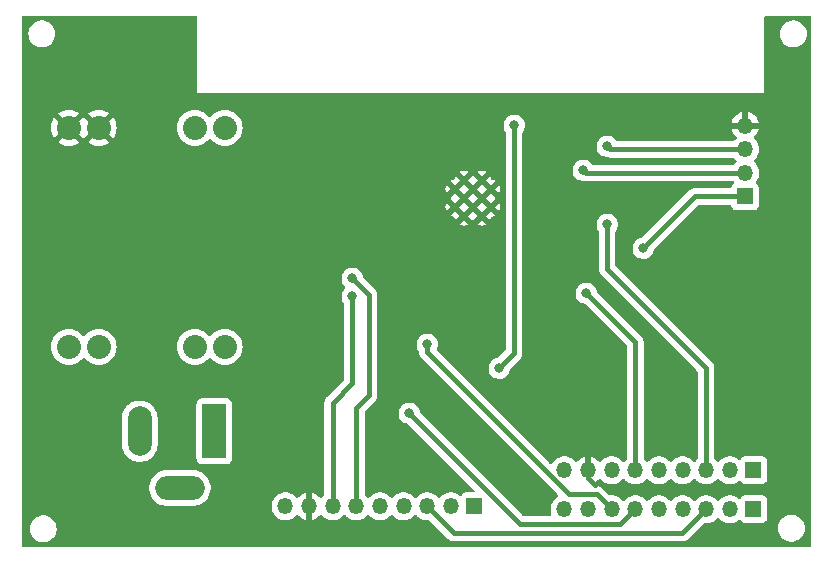
<source format=gbr>
%TF.GenerationSoftware,KiCad,Pcbnew,7.0.1*%
%TF.CreationDate,2023-03-21T17:25:17+01:00*%
%TF.ProjectId,PCB_uitlezen_gsm,5043425f-7569-4746-9c65-7a656e5f6773,rev?*%
%TF.SameCoordinates,Original*%
%TF.FileFunction,Copper,L2,Bot*%
%TF.FilePolarity,Positive*%
%FSLAX46Y46*%
G04 Gerber Fmt 4.6, Leading zero omitted, Abs format (unit mm)*
G04 Created by KiCad (PCBNEW 7.0.1) date 2023-03-21 17:25:17*
%MOMM*%
%LPD*%
G01*
G04 APERTURE LIST*
%TA.AperFunction,ComponentPad*%
%ADD10R,1.350000X1.350000*%
%TD*%
%TA.AperFunction,ComponentPad*%
%ADD11O,1.350000X1.350000*%
%TD*%
%TA.AperFunction,ComponentPad*%
%ADD12C,2.032000*%
%TD*%
%TA.AperFunction,ComponentPad*%
%ADD13R,2.000000X4.600000*%
%TD*%
%TA.AperFunction,ComponentPad*%
%ADD14O,2.000000X4.200000*%
%TD*%
%TA.AperFunction,ComponentPad*%
%ADD15O,4.200000X2.000000*%
%TD*%
%TA.AperFunction,HeatsinkPad*%
%ADD16C,0.600000*%
%TD*%
%TA.AperFunction,ViaPad*%
%ADD17C,0.800000*%
%TD*%
%TA.AperFunction,Conductor*%
%ADD18C,0.400000*%
%TD*%
G04 APERTURE END LIST*
D10*
%TO.P,SCHERM3,1,Pin_1*%
%TO.N,unconnected-(SCHERM3-Pin_1-Pad1)*%
X115760000Y-110744000D03*
D11*
%TO.P,SCHERM3,2,Pin_2*%
%TO.N,+3.3V*%
X113760000Y-110744000D03*
%TO.P,SCHERM3,3,Pin_3*%
%TO.N,GPIO18*%
X111760000Y-110744000D03*
%TO.P,SCHERM3,4,Pin_4*%
%TO.N,GPIO23*%
X109760000Y-110744000D03*
%TO.P,SCHERM3,5,Pin_5*%
%TO.N,GPIO25*%
X107760000Y-110744000D03*
%TO.P,SCHERM3,6,Pin_6*%
%TO.N,GPIO26*%
X105760000Y-110744000D03*
%TO.P,SCHERM3,7,Pin_7*%
%TO.N,GPIO27*%
X103760000Y-110744000D03*
%TO.P,SCHERM3,8,Pin_8*%
%TO.N,GND*%
X101760000Y-110744000D03*
%TO.P,SCHERM3,9,Pin_9*%
%TO.N,+3.3V*%
X99760000Y-110744000D03*
%TD*%
D12*
%TO.P,U2,1,IN-*%
%TO.N,Net-(J2-Pad2)*%
X81407000Y-97250000D03*
%TO.P,U2,2,IN-*%
X83947000Y-97250000D03*
%TO.P,U2,3,IN+*%
%TO.N,Net-(J2-Pad1)*%
X92075000Y-97250000D03*
%TO.P,U2,4,IN+*%
X94615000Y-97250000D03*
%TO.P,U2,5,OUT+*%
%TO.N,VDD*%
X94615000Y-78708000D03*
%TO.P,U2,6,OUT+*%
X92075000Y-78708000D03*
%TO.P,U2,7,OUT-*%
%TO.N,GND*%
X83947000Y-78708000D03*
%TO.P,U2,8,OUT-*%
X81407000Y-78708000D03*
%TD*%
D10*
%TO.P,SCHERM1,1,Pin_1*%
%TO.N,unconnected-(SCHERM1-Pin_1-Pad1)*%
X139381000Y-107696000D03*
D11*
%TO.P,SCHERM1,2,Pin_2*%
%TO.N,+3.3V*%
X137381000Y-107696000D03*
%TO.P,SCHERM1,3,Pin_3*%
%TO.N,GPIO18*%
X135381000Y-107696000D03*
%TO.P,SCHERM1,4,Pin_4*%
%TO.N,GPIO23*%
X133381000Y-107696000D03*
%TO.P,SCHERM1,5,Pin_5*%
%TO.N,GPIO2*%
X131381000Y-107696000D03*
%TO.P,SCHERM1,6,Pin_6*%
%TO.N,GPIO4*%
X129381000Y-107696000D03*
%TO.P,SCHERM1,7,Pin_7*%
%TO.N,GPIO15*%
X127381000Y-107696000D03*
%TO.P,SCHERM1,8,Pin_8*%
%TO.N,GND*%
X125381000Y-107696000D03*
%TO.P,SCHERM1,9,Pin_9*%
%TO.N,+3.3V*%
X123381000Y-107696000D03*
%TD*%
D10*
%TO.P,J1,1,Pin_1*%
%TO.N,+3.3V*%
X138684000Y-84518000D03*
D11*
%TO.P,J1,2,Pin_2*%
%TO.N,RX0*%
X138684000Y-82518000D03*
%TO.P,J1,3,Pin_3*%
%TO.N,TX0*%
X138684000Y-80518000D03*
%TO.P,J1,4,Pin_4*%
%TO.N,GND*%
X138684000Y-78518000D03*
%TD*%
D13*
%TO.P,J2,1*%
%TO.N,Net-(J2-Pad1)*%
X93726000Y-104394000D03*
D14*
%TO.P,J2,2*%
%TO.N,Net-(J2-Pad2)*%
X87426000Y-104394000D03*
D15*
%TO.P,J2,3*%
%TO.N,N/C*%
X90826000Y-109194000D03*
%TD*%
D16*
%TO.P,U1,39,GND*%
%TO.N,GND*%
X114105000Y-83887500D03*
X114105000Y-85412500D03*
X114867500Y-83125000D03*
X114867500Y-84650000D03*
X114867500Y-86175000D03*
X115630000Y-83887500D03*
X115630000Y-85412500D03*
X116392500Y-83125000D03*
X116392500Y-84650000D03*
X116392500Y-86175000D03*
X117155000Y-83887500D03*
X117155000Y-85412500D03*
%TD*%
D10*
%TO.P,SCHERM2,1,Pin_1*%
%TO.N,unconnected-(SCHERM2-Pin_1-Pad1)*%
X139382000Y-110998000D03*
D11*
%TO.P,SCHERM2,2,Pin_2*%
%TO.N,+3.3V*%
X137382000Y-110998000D03*
%TO.P,SCHERM2,3,Pin_3*%
%TO.N,GPIO18*%
X135382000Y-110998000D03*
%TO.P,SCHERM2,4,Pin_4*%
%TO.N,GPIO23*%
X133382000Y-110998000D03*
%TO.P,SCHERM2,5,Pin_5*%
%TO.N,GPIO14*%
X131382000Y-110998000D03*
%TO.P,SCHERM2,6,Pin_6*%
%TO.N,GPIO12*%
X129382000Y-110998000D03*
%TO.P,SCHERM2,7,Pin_7*%
%TO.N,GPIO13*%
X127382000Y-110998000D03*
%TO.P,SCHERM2,8,Pin_8*%
%TO.N,GND*%
X125382000Y-110998000D03*
%TO.P,SCHERM2,9,Pin_9*%
%TO.N,+3.3V*%
X123382000Y-110998000D03*
%TD*%
D17*
%TO.N,+3.3V*%
X117856000Y-99060000D03*
X130048000Y-88900000D03*
X119126000Y-78486000D03*
%TO.N,GND*%
X124206000Y-98552000D03*
X101854000Y-108966000D03*
X110617000Y-94742000D03*
X115316000Y-76708000D03*
X140970000Y-99314000D03*
X131826000Y-100838000D03*
X137160000Y-78994000D03*
X117348000Y-91313000D03*
X104140000Y-85598000D03*
X81026000Y-92964000D03*
X82296000Y-104648000D03*
X122428000Y-81788000D03*
X130302000Y-78232000D03*
X128270000Y-109220000D03*
X122174000Y-103886000D03*
X102616000Y-76962000D03*
X111760000Y-106680000D03*
X126746000Y-104648000D03*
X81280000Y-85090000D03*
X91440000Y-91948000D03*
X85598000Y-72898000D03*
X110998000Y-84201000D03*
%TO.N,RX0*%
X124968000Y-82296000D03*
%TO.N,TX0*%
X127000000Y-80264000D03*
%TO.N,GPIO18*%
X127000000Y-86868000D03*
%TO.N,GPIO4*%
X125222000Y-92710000D03*
%TO.N,GPIO12*%
X110236000Y-102870000D03*
%TO.N,GPIO13*%
X111760000Y-97028000D03*
%TO.N,GPIO26*%
X105410000Y-91440000D03*
%TO.N,GPIO27*%
X105410000Y-92964000D03*
%TD*%
D18*
%TO.N,GPIO13*%
X111760000Y-97714000D02*
X111760000Y-97028000D01*
X126109000Y-109725000D02*
X123771000Y-109725000D01*
X127382000Y-110998000D02*
X126109000Y-109725000D01*
X123771000Y-109725000D02*
X111760000Y-97714000D01*
%TO.N,GPIO12*%
X128105000Y-112275000D02*
X119641000Y-112275000D01*
X119641000Y-112275000D02*
X110236000Y-102870000D01*
X129382000Y-110998000D02*
X128105000Y-112275000D01*
%TO.N,GPIO18*%
X114041000Y-113025000D02*
X111760000Y-110744000D01*
X133355000Y-113025000D02*
X114041000Y-113025000D01*
X135382000Y-110998000D02*
X133355000Y-113025000D01*
%TO.N,+3.3V*%
X117856000Y-99060000D02*
X119126000Y-97790000D01*
X119126000Y-81026000D02*
X119126000Y-78486000D01*
X134430000Y-84518000D02*
X130048000Y-88900000D01*
X119126000Y-97790000D02*
X119126000Y-81026000D01*
X138684000Y-84518000D02*
X134430000Y-84518000D01*
%TO.N,GND*%
X125381000Y-107696000D02*
X125381000Y-106013000D01*
X125381000Y-108363000D02*
X125984000Y-108966000D01*
X125381000Y-107696000D02*
X125381000Y-108363000D01*
X125381000Y-106013000D02*
X126746000Y-104648000D01*
%TO.N,RX0*%
X128778000Y-82518000D02*
X138684000Y-82518000D01*
X125190000Y-82518000D02*
X128778000Y-82518000D01*
X124968000Y-82296000D02*
X125190000Y-82518000D01*
%TO.N,TX0*%
X127000000Y-80264000D02*
X127254000Y-80518000D01*
X127254000Y-80518000D02*
X138684000Y-80518000D01*
%TO.N,GPIO18*%
X135381000Y-99059000D02*
X134366000Y-98044000D01*
X127000000Y-86868000D02*
X127000000Y-90678000D01*
X135381000Y-107696000D02*
X135381000Y-99059000D01*
X127000000Y-90678000D02*
X134366000Y-98044000D01*
%TO.N,GPIO4*%
X125222000Y-92710000D02*
X129032000Y-96520000D01*
X129381000Y-96869000D02*
X129032000Y-96520000D01*
X129381000Y-107696000D02*
X129381000Y-96869000D01*
%TO.N,GPIO26*%
X106835000Y-92865000D02*
X106835000Y-101346000D01*
X105410000Y-91440000D02*
X106835000Y-92865000D01*
X105760000Y-102421000D02*
X105760000Y-110744000D01*
X106835000Y-101346000D02*
X105760000Y-102421000D01*
%TO.N,GPIO27*%
X103760000Y-101980000D02*
X103760000Y-110744000D01*
X105410000Y-100330000D02*
X103760000Y-101980000D01*
X105410000Y-92964000D02*
X105410000Y-100330000D01*
%TD*%
%TA.AperFunction,Conductor*%
%TO.N,GND*%
G36*
X92248000Y-69232113D02*
G01*
X92293387Y-69277500D01*
X92310000Y-69339500D01*
X92310000Y-75760000D01*
X140310000Y-75760000D01*
X140310000Y-70739000D01*
X141613786Y-70739000D01*
X141633218Y-70948714D01*
X141690854Y-71151282D01*
X141784729Y-71339810D01*
X141911653Y-71507884D01*
X142067293Y-71649769D01*
X142067295Y-71649770D01*
X142067296Y-71649771D01*
X142246360Y-71760643D01*
X142442749Y-71836724D01*
X142649773Y-71875423D01*
X142860381Y-71875423D01*
X142860383Y-71875423D01*
X143067407Y-71836724D01*
X143263796Y-71760643D01*
X143442860Y-71649771D01*
X143598503Y-71507883D01*
X143725424Y-71339813D01*
X143725424Y-71339811D01*
X143725426Y-71339810D01*
X143819301Y-71151282D01*
X143876937Y-70948714D01*
X143879975Y-70915924D01*
X143896370Y-70739000D01*
X143876937Y-70529288D01*
X143876937Y-70529285D01*
X143819301Y-70326717D01*
X143725426Y-70138189D01*
X143598502Y-69970115D01*
X143442862Y-69828230D01*
X143263794Y-69717356D01*
X143067408Y-69641276D01*
X142998398Y-69628376D01*
X142860383Y-69602577D01*
X142649773Y-69602577D01*
X142546260Y-69621926D01*
X142442747Y-69641276D01*
X142246361Y-69717356D01*
X142067293Y-69828230D01*
X141911653Y-69970115D01*
X141784729Y-70138189D01*
X141690854Y-70326717D01*
X141633218Y-70529285D01*
X141613786Y-70739000D01*
X140310000Y-70739000D01*
X140310000Y-69339500D01*
X140326613Y-69277500D01*
X140372000Y-69232113D01*
X140434000Y-69215500D01*
X144147500Y-69215500D01*
X144209500Y-69232113D01*
X144254887Y-69277500D01*
X144271500Y-69339500D01*
X144271500Y-114089000D01*
X144254887Y-114151000D01*
X144209500Y-114196387D01*
X144147500Y-114213000D01*
X77594500Y-114213000D01*
X77532500Y-114196387D01*
X77487113Y-114151000D01*
X77470500Y-114089000D01*
X77470500Y-112639078D01*
X78108708Y-112639078D01*
X78128140Y-112848792D01*
X78185776Y-113051360D01*
X78279651Y-113239888D01*
X78406575Y-113407962D01*
X78562215Y-113549847D01*
X78562217Y-113549848D01*
X78562218Y-113549849D01*
X78741282Y-113660721D01*
X78937671Y-113736802D01*
X79144695Y-113775501D01*
X79355303Y-113775501D01*
X79355305Y-113775501D01*
X79562329Y-113736802D01*
X79758718Y-113660721D01*
X79937782Y-113549849D01*
X80093425Y-113407961D01*
X80220346Y-113239891D01*
X80220346Y-113239889D01*
X80220348Y-113239888D01*
X80314223Y-113051360D01*
X80371859Y-112848792D01*
X80374897Y-112816002D01*
X80391292Y-112639078D01*
X80371859Y-112429366D01*
X80371859Y-112429363D01*
X80314223Y-112226795D01*
X80220348Y-112038267D01*
X80093424Y-111870193D01*
X79937784Y-111728308D01*
X79758716Y-111617434D01*
X79562330Y-111541354D01*
X79476056Y-111525227D01*
X79355305Y-111502655D01*
X79144695Y-111502655D01*
X79071411Y-111516354D01*
X78937669Y-111541354D01*
X78741283Y-111617434D01*
X78562215Y-111728308D01*
X78406575Y-111870193D01*
X78279651Y-112038267D01*
X78185776Y-112226795D01*
X78128140Y-112429363D01*
X78108708Y-112639078D01*
X77470500Y-112639078D01*
X77470500Y-110744000D01*
X98579464Y-110744000D01*
X98599564Y-110960925D01*
X98659181Y-111170457D01*
X98756287Y-111365471D01*
X98887573Y-111539323D01*
X99011411Y-111652215D01*
X99048568Y-111686088D01*
X99116756Y-111728308D01*
X99233791Y-111800773D01*
X99412990Y-111870195D01*
X99436931Y-111879470D01*
X99651074Y-111919500D01*
X99868924Y-111919500D01*
X99868926Y-111919500D01*
X100012722Y-111892620D01*
X102010000Y-111892620D01*
X102082930Y-111878986D01*
X102285987Y-111800322D01*
X102471131Y-111685685D01*
X102632052Y-111538987D01*
X102660730Y-111501011D01*
X102704413Y-111464737D01*
X102759685Y-111451736D01*
X102814957Y-111464735D01*
X102858640Y-111501009D01*
X102887573Y-111539323D01*
X103011411Y-111652215D01*
X103048568Y-111686088D01*
X103116756Y-111728308D01*
X103233791Y-111800773D01*
X103412990Y-111870195D01*
X103436931Y-111879470D01*
X103651074Y-111919500D01*
X103868924Y-111919500D01*
X103868926Y-111919500D01*
X104083069Y-111879470D01*
X104240942Y-111818309D01*
X104286208Y-111800773D01*
X104286213Y-111800770D01*
X104471432Y-111686088D01*
X104632427Y-111539322D01*
X104661047Y-111501422D01*
X104704725Y-111465151D01*
X104759997Y-111452150D01*
X104815270Y-111465149D01*
X104858953Y-111501423D01*
X104887573Y-111539323D01*
X105011411Y-111652215D01*
X105048568Y-111686088D01*
X105116756Y-111728308D01*
X105233791Y-111800773D01*
X105412990Y-111870195D01*
X105436931Y-111879470D01*
X105651074Y-111919500D01*
X105868924Y-111919500D01*
X105868926Y-111919500D01*
X106083069Y-111879470D01*
X106240942Y-111818309D01*
X106286208Y-111800773D01*
X106286213Y-111800770D01*
X106471432Y-111686088D01*
X106632427Y-111539322D01*
X106661047Y-111501422D01*
X106704725Y-111465151D01*
X106759997Y-111452150D01*
X106815270Y-111465149D01*
X106858953Y-111501423D01*
X106887573Y-111539323D01*
X107011411Y-111652215D01*
X107048568Y-111686088D01*
X107116756Y-111728308D01*
X107233791Y-111800773D01*
X107412990Y-111870195D01*
X107436931Y-111879470D01*
X107651074Y-111919500D01*
X107868924Y-111919500D01*
X107868926Y-111919500D01*
X108083069Y-111879470D01*
X108240942Y-111818309D01*
X108286208Y-111800773D01*
X108286213Y-111800770D01*
X108471432Y-111686088D01*
X108632427Y-111539322D01*
X108661047Y-111501422D01*
X108704725Y-111465151D01*
X108759997Y-111452150D01*
X108815270Y-111465149D01*
X108858953Y-111501423D01*
X108887573Y-111539323D01*
X109011411Y-111652215D01*
X109048568Y-111686088D01*
X109116756Y-111728308D01*
X109233791Y-111800773D01*
X109412990Y-111870195D01*
X109436931Y-111879470D01*
X109651074Y-111919500D01*
X109868924Y-111919500D01*
X109868926Y-111919500D01*
X110083069Y-111879470D01*
X110240942Y-111818309D01*
X110286208Y-111800773D01*
X110286213Y-111800770D01*
X110471432Y-111686088D01*
X110632427Y-111539322D01*
X110661047Y-111501422D01*
X110704725Y-111465151D01*
X110759997Y-111452150D01*
X110815270Y-111465149D01*
X110858953Y-111501423D01*
X110887573Y-111539323D01*
X111011411Y-111652215D01*
X111048568Y-111686088D01*
X111116756Y-111728308D01*
X111233791Y-111800773D01*
X111412990Y-111870195D01*
X111436931Y-111879470D01*
X111651074Y-111919500D01*
X111651076Y-111919500D01*
X111880417Y-111919500D01*
X111880417Y-111920236D01*
X111928100Y-111922990D01*
X111979104Y-111953761D01*
X113528058Y-113502715D01*
X113533178Y-113508153D01*
X113573071Y-113553183D01*
X113622577Y-113587354D01*
X113628596Y-113591785D01*
X113672178Y-113625928D01*
X113675943Y-113628878D01*
X113685190Y-113633039D01*
X113704726Y-113644058D01*
X113713070Y-113649818D01*
X113769334Y-113671155D01*
X113776195Y-113673997D01*
X113831068Y-113698694D01*
X113841036Y-113700520D01*
X113862652Y-113706546D01*
X113872128Y-113710140D01*
X113931856Y-113717392D01*
X113939201Y-113718509D01*
X113998394Y-113729357D01*
X114058422Y-113725726D01*
X114065910Y-113725500D01*
X133330079Y-113725500D01*
X133337566Y-113725726D01*
X133340706Y-113725915D01*
X133397606Y-113729358D01*
X133456782Y-113718513D01*
X133464181Y-113717387D01*
X133523872Y-113710140D01*
X133533335Y-113706550D01*
X133554958Y-113700522D01*
X133564932Y-113698695D01*
X133619808Y-113673996D01*
X133626673Y-113671152D01*
X133682930Y-113649818D01*
X133691270Y-113644060D01*
X133710819Y-113633035D01*
X133720057Y-113628878D01*
X133767413Y-113591775D01*
X133773420Y-113587355D01*
X133822929Y-113553183D01*
X133862823Y-113508150D01*
X133867924Y-113502731D01*
X134756578Y-112614077D01*
X141458708Y-112614077D01*
X141478140Y-112823792D01*
X141535776Y-113026360D01*
X141629651Y-113214888D01*
X141756575Y-113382962D01*
X141912215Y-113524847D01*
X141912217Y-113524848D01*
X141912218Y-113524849D01*
X142091282Y-113635721D01*
X142287671Y-113711802D01*
X142494695Y-113750501D01*
X142705303Y-113750501D01*
X142705305Y-113750501D01*
X142912329Y-113711802D01*
X143108718Y-113635721D01*
X143287782Y-113524849D01*
X143443425Y-113382961D01*
X143570346Y-113214891D01*
X143570346Y-113214889D01*
X143570348Y-113214888D01*
X143664223Y-113026360D01*
X143721859Y-112823792D01*
X143738975Y-112639078D01*
X143741292Y-112614078D01*
X143721859Y-112404366D01*
X143721859Y-112404363D01*
X143664223Y-112201795D01*
X143570348Y-112013267D01*
X143443424Y-111845193D01*
X143287784Y-111703308D01*
X143149094Y-111617435D01*
X143108718Y-111592435D01*
X143108716Y-111592434D01*
X142912330Y-111516354D01*
X142830239Y-111501009D01*
X142705305Y-111477655D01*
X142494695Y-111477655D01*
X142391183Y-111497004D01*
X142287669Y-111516354D01*
X142091283Y-111592434D01*
X141912215Y-111703308D01*
X141756575Y-111845193D01*
X141629651Y-112013267D01*
X141535776Y-112201795D01*
X141478140Y-112404363D01*
X141458708Y-112614077D01*
X134756578Y-112614077D01*
X135162896Y-112207759D01*
X135213896Y-112176991D01*
X135261583Y-112174235D01*
X135261583Y-112173500D01*
X135490924Y-112173500D01*
X135490926Y-112173500D01*
X135705069Y-112133470D01*
X135871422Y-112069024D01*
X135908208Y-112054773D01*
X135929879Y-112041355D01*
X136093432Y-111940088D01*
X136254427Y-111793322D01*
X136283045Y-111755424D01*
X136326728Y-111719150D01*
X136382000Y-111706150D01*
X136437272Y-111719150D01*
X136480955Y-111755425D01*
X136509572Y-111793322D01*
X136640954Y-111913091D01*
X136670568Y-111940088D01*
X136692651Y-111953761D01*
X136855791Y-112054773D01*
X136933491Y-112084874D01*
X137058931Y-112133470D01*
X137273074Y-112173500D01*
X137490924Y-112173500D01*
X137490926Y-112173500D01*
X137705069Y-112133470D01*
X137871422Y-112069024D01*
X137908208Y-112054773D01*
X137929879Y-112041355D01*
X138093432Y-111940088D01*
X138104409Y-111930080D01*
X138165330Y-111899796D01*
X138233063Y-111906215D01*
X138287215Y-111947405D01*
X138338830Y-112016355D01*
X138349454Y-112030546D01*
X138464669Y-112116796D01*
X138599517Y-112167091D01*
X138659127Y-112173500D01*
X140104872Y-112173499D01*
X140164483Y-112167091D01*
X140299331Y-112116796D01*
X140414546Y-112030546D01*
X140500796Y-111915331D01*
X140551091Y-111780483D01*
X140557500Y-111720873D01*
X140557499Y-110275128D01*
X140551091Y-110215517D01*
X140500796Y-110080669D01*
X140414546Y-109965454D01*
X140299331Y-109879204D01*
X140164483Y-109828909D01*
X140104873Y-109822500D01*
X140104869Y-109822500D01*
X138659130Y-109822500D01*
X138599515Y-109828909D01*
X138464669Y-109879204D01*
X138349451Y-109965455D01*
X138287214Y-110048594D01*
X138233064Y-110089784D01*
X138165332Y-110096203D01*
X138104410Y-110065920D01*
X138093432Y-110055912D01*
X138093429Y-110055910D01*
X138093428Y-110055909D01*
X137908208Y-109941226D01*
X137705073Y-109862531D01*
X137705070Y-109862530D01*
X137705069Y-109862530D01*
X137490926Y-109822500D01*
X137273074Y-109822500D01*
X137058931Y-109862530D01*
X137058926Y-109862531D01*
X136855791Y-109941226D01*
X136670567Y-110055912D01*
X136509573Y-110202677D01*
X136480954Y-110240575D01*
X136437271Y-110276848D01*
X136382000Y-110289848D01*
X136326729Y-110276848D01*
X136283046Y-110240575D01*
X136254426Y-110202677D01*
X136093432Y-110055912D01*
X135908208Y-109941226D01*
X135705073Y-109862531D01*
X135705070Y-109862530D01*
X135705069Y-109862530D01*
X135490926Y-109822500D01*
X135273074Y-109822500D01*
X135058931Y-109862530D01*
X135058926Y-109862531D01*
X134855791Y-109941226D01*
X134670567Y-110055912D01*
X134509573Y-110202677D01*
X134480954Y-110240575D01*
X134437271Y-110276848D01*
X134382000Y-110289848D01*
X134326729Y-110276848D01*
X134283046Y-110240575D01*
X134254426Y-110202677D01*
X134093432Y-110055912D01*
X133908208Y-109941226D01*
X133705073Y-109862531D01*
X133705070Y-109862530D01*
X133705069Y-109862530D01*
X133490926Y-109822500D01*
X133273074Y-109822500D01*
X133058931Y-109862530D01*
X133058926Y-109862531D01*
X132855791Y-109941226D01*
X132670567Y-110055912D01*
X132509573Y-110202677D01*
X132480954Y-110240575D01*
X132437271Y-110276848D01*
X132382000Y-110289848D01*
X132326729Y-110276848D01*
X132283046Y-110240575D01*
X132254426Y-110202677D01*
X132093432Y-110055912D01*
X131908208Y-109941226D01*
X131705073Y-109862531D01*
X131705070Y-109862530D01*
X131705069Y-109862530D01*
X131490926Y-109822500D01*
X131273074Y-109822500D01*
X131058931Y-109862530D01*
X131058926Y-109862531D01*
X130855791Y-109941226D01*
X130670567Y-110055912D01*
X130509573Y-110202677D01*
X130480954Y-110240575D01*
X130437271Y-110276848D01*
X130382000Y-110289848D01*
X130326729Y-110276848D01*
X130283046Y-110240575D01*
X130254426Y-110202677D01*
X130093432Y-110055912D01*
X129908208Y-109941226D01*
X129705073Y-109862531D01*
X129705070Y-109862530D01*
X129705069Y-109862530D01*
X129490926Y-109822500D01*
X129273074Y-109822500D01*
X129058931Y-109862530D01*
X129058926Y-109862531D01*
X128855791Y-109941226D01*
X128670567Y-110055912D01*
X128509573Y-110202677D01*
X128480954Y-110240575D01*
X128437271Y-110276848D01*
X128382000Y-110289848D01*
X128326729Y-110276848D01*
X128283046Y-110240575D01*
X128254426Y-110202677D01*
X128093432Y-110055912D01*
X127908208Y-109941226D01*
X127705073Y-109862531D01*
X127705070Y-109862530D01*
X127705069Y-109862530D01*
X127490926Y-109822500D01*
X127273074Y-109822500D01*
X127261584Y-109822500D01*
X127261584Y-109821766D01*
X127213892Y-109819007D01*
X127162895Y-109788238D01*
X126621940Y-109247283D01*
X126616822Y-109241847D01*
X126576929Y-109196817D01*
X126527432Y-109162651D01*
X126521405Y-109158216D01*
X126474054Y-109121120D01*
X126464813Y-109116961D01*
X126445273Y-109105941D01*
X126436930Y-109100182D01*
X126436927Y-109100181D01*
X126436926Y-109100180D01*
X126380701Y-109078856D01*
X126373783Y-109075991D01*
X126318929Y-109051303D01*
X126308952Y-109049475D01*
X126287339Y-109043450D01*
X126277873Y-109039860D01*
X126218172Y-109032610D01*
X126210771Y-109031483D01*
X126151607Y-109020641D01*
X126091566Y-109024274D01*
X126084079Y-109024500D01*
X125867759Y-109024500D01*
X125802481Y-109005927D01*
X125756759Y-108955772D01*
X125744288Y-108889059D01*
X125768805Y-108825773D01*
X125822965Y-108784873D01*
X125906986Y-108752322D01*
X126092131Y-108637685D01*
X126253052Y-108490987D01*
X126281730Y-108453011D01*
X126325413Y-108416737D01*
X126380685Y-108403736D01*
X126435957Y-108416735D01*
X126479640Y-108453009D01*
X126508573Y-108491323D01*
X126632411Y-108604215D01*
X126669568Y-108638088D01*
X126762178Y-108695429D01*
X126854791Y-108752773D01*
X126993567Y-108806535D01*
X127057931Y-108831470D01*
X127272074Y-108871500D01*
X127489924Y-108871500D01*
X127489926Y-108871500D01*
X127704069Y-108831470D01*
X127839496Y-108779004D01*
X127907208Y-108752773D01*
X127907210Y-108752772D01*
X128092432Y-108638088D01*
X128253427Y-108491322D01*
X128282045Y-108453424D01*
X128325728Y-108417150D01*
X128381000Y-108404150D01*
X128436272Y-108417150D01*
X128479955Y-108453425D01*
X128508572Y-108491322D01*
X128632411Y-108604215D01*
X128669568Y-108638088D01*
X128762178Y-108695429D01*
X128854791Y-108752773D01*
X128993567Y-108806535D01*
X129057931Y-108831470D01*
X129272074Y-108871500D01*
X129489924Y-108871500D01*
X129489926Y-108871500D01*
X129704069Y-108831470D01*
X129839496Y-108779004D01*
X129907208Y-108752773D01*
X129907210Y-108752772D01*
X130092432Y-108638088D01*
X130253427Y-108491322D01*
X130282045Y-108453424D01*
X130325728Y-108417150D01*
X130381000Y-108404150D01*
X130436272Y-108417150D01*
X130479955Y-108453425D01*
X130508572Y-108491322D01*
X130632411Y-108604215D01*
X130669568Y-108638088D01*
X130762178Y-108695429D01*
X130854791Y-108752773D01*
X130993567Y-108806535D01*
X131057931Y-108831470D01*
X131272074Y-108871500D01*
X131489924Y-108871500D01*
X131489926Y-108871500D01*
X131704069Y-108831470D01*
X131839496Y-108779004D01*
X131907208Y-108752773D01*
X131907210Y-108752772D01*
X132092432Y-108638088D01*
X132253427Y-108491322D01*
X132282045Y-108453424D01*
X132325728Y-108417150D01*
X132381000Y-108404150D01*
X132436272Y-108417150D01*
X132479955Y-108453425D01*
X132508572Y-108491322D01*
X132632411Y-108604215D01*
X132669568Y-108638088D01*
X132762178Y-108695429D01*
X132854791Y-108752773D01*
X132993567Y-108806535D01*
X133057931Y-108831470D01*
X133272074Y-108871500D01*
X133489924Y-108871500D01*
X133489926Y-108871500D01*
X133704069Y-108831470D01*
X133839496Y-108779004D01*
X133907208Y-108752773D01*
X133907210Y-108752772D01*
X134092432Y-108638088D01*
X134253427Y-108491322D01*
X134282045Y-108453424D01*
X134325728Y-108417150D01*
X134381000Y-108404150D01*
X134436272Y-108417150D01*
X134479955Y-108453425D01*
X134508572Y-108491322D01*
X134632411Y-108604215D01*
X134669568Y-108638088D01*
X134762178Y-108695429D01*
X134854791Y-108752773D01*
X134993567Y-108806535D01*
X135057931Y-108831470D01*
X135272074Y-108871500D01*
X135489924Y-108871500D01*
X135489926Y-108871500D01*
X135704069Y-108831470D01*
X135839496Y-108779004D01*
X135907208Y-108752773D01*
X135907210Y-108752772D01*
X136092432Y-108638088D01*
X136253427Y-108491322D01*
X136282045Y-108453424D01*
X136325728Y-108417150D01*
X136381000Y-108404150D01*
X136436272Y-108417150D01*
X136479955Y-108453425D01*
X136508572Y-108491322D01*
X136632411Y-108604215D01*
X136669568Y-108638088D01*
X136762178Y-108695429D01*
X136854791Y-108752773D01*
X136993567Y-108806535D01*
X137057931Y-108831470D01*
X137272074Y-108871500D01*
X137489924Y-108871500D01*
X137489926Y-108871500D01*
X137704069Y-108831470D01*
X137839496Y-108779004D01*
X137907208Y-108752773D01*
X137907210Y-108752772D01*
X138092432Y-108638088D01*
X138103409Y-108628080D01*
X138164330Y-108597796D01*
X138232063Y-108604215D01*
X138286214Y-108645404D01*
X138348454Y-108728546D01*
X138463669Y-108814796D01*
X138598517Y-108865091D01*
X138658127Y-108871500D01*
X140103872Y-108871499D01*
X140163483Y-108865091D01*
X140298331Y-108814796D01*
X140413546Y-108728546D01*
X140499796Y-108613331D01*
X140550091Y-108478483D01*
X140556500Y-108418873D01*
X140556499Y-106973128D01*
X140550091Y-106913517D01*
X140499796Y-106778669D01*
X140413546Y-106663454D01*
X140298331Y-106577204D01*
X140163483Y-106526909D01*
X140103873Y-106520500D01*
X140103869Y-106520500D01*
X138658130Y-106520500D01*
X138598515Y-106526909D01*
X138463669Y-106577204D01*
X138348451Y-106663455D01*
X138286214Y-106746594D01*
X138232064Y-106787784D01*
X138164332Y-106794203D01*
X138103410Y-106763920D01*
X138092432Y-106753912D01*
X138092429Y-106753910D01*
X138092428Y-106753909D01*
X137907208Y-106639226D01*
X137704073Y-106560531D01*
X137704070Y-106560530D01*
X137704069Y-106560530D01*
X137489926Y-106520500D01*
X137272074Y-106520500D01*
X137057931Y-106560530D01*
X137057926Y-106560531D01*
X136854791Y-106639226D01*
X136669567Y-106753912D01*
X136508573Y-106900677D01*
X136479954Y-106938575D01*
X136436271Y-106974848D01*
X136381000Y-106987848D01*
X136325729Y-106974848D01*
X136282046Y-106938575D01*
X136253426Y-106900677D01*
X136121962Y-106780832D01*
X136092066Y-106739281D01*
X136081500Y-106689195D01*
X136081500Y-99083921D01*
X136081726Y-99076434D01*
X136082720Y-99059999D01*
X136085358Y-99016394D01*
X136074507Y-98957185D01*
X136073390Y-98949841D01*
X136066140Y-98890128D01*
X136062547Y-98880656D01*
X136056522Y-98859044D01*
X136054695Y-98849069D01*
X136030009Y-98794220D01*
X136027152Y-98787326D01*
X136005818Y-98731070D01*
X136005816Y-98731068D01*
X136005816Y-98731066D01*
X136000062Y-98722731D01*
X135989033Y-98703177D01*
X135984878Y-98693944D01*
X135947780Y-98646591D01*
X135943352Y-98640573D01*
X135909184Y-98591072D01*
X135909183Y-98591071D01*
X135864153Y-98551178D01*
X135858715Y-98546058D01*
X127736819Y-90424162D01*
X127709939Y-90383934D01*
X127700500Y-90336481D01*
X127700500Y-87483392D01*
X127708736Y-87438955D01*
X127732350Y-87400420D01*
X127732533Y-87400216D01*
X127827179Y-87236284D01*
X127827179Y-87236283D01*
X127885674Y-87056256D01*
X127905460Y-86868000D01*
X127885674Y-86679744D01*
X127855332Y-86586363D01*
X127827179Y-86499715D01*
X127732533Y-86335783D01*
X127605870Y-86195110D01*
X127452730Y-86083848D01*
X127279802Y-86006855D01*
X127094648Y-85967500D01*
X127094646Y-85967500D01*
X126905354Y-85967500D01*
X126905352Y-85967500D01*
X126720197Y-86006855D01*
X126547269Y-86083848D01*
X126394129Y-86195110D01*
X126267466Y-86335783D01*
X126172820Y-86499715D01*
X126114326Y-86679742D01*
X126114325Y-86679744D01*
X126114326Y-86679744D01*
X126094540Y-86868000D01*
X126104196Y-86959877D01*
X126114326Y-87056257D01*
X126172820Y-87236284D01*
X126267466Y-87400216D01*
X126267650Y-87400420D01*
X126291264Y-87438955D01*
X126299500Y-87483392D01*
X126299500Y-90653079D01*
X126299274Y-90660566D01*
X126295641Y-90720607D01*
X126306483Y-90779771D01*
X126307610Y-90787172D01*
X126314860Y-90846873D01*
X126318450Y-90856339D01*
X126324475Y-90877952D01*
X126326303Y-90887929D01*
X126350991Y-90942783D01*
X126353856Y-90949701D01*
X126375180Y-91005926D01*
X126375182Y-91005930D01*
X126380941Y-91014273D01*
X126391961Y-91033813D01*
X126396120Y-91043054D01*
X126433216Y-91090405D01*
X126437651Y-91096432D01*
X126471817Y-91145929D01*
X126516847Y-91185822D01*
X126522283Y-91190940D01*
X134644181Y-99312838D01*
X134671061Y-99353066D01*
X134680500Y-99400519D01*
X134680500Y-106689195D01*
X134669934Y-106739281D01*
X134640038Y-106780832D01*
X134508573Y-106900677D01*
X134479954Y-106938575D01*
X134436271Y-106974848D01*
X134381000Y-106987848D01*
X134325729Y-106974848D01*
X134282046Y-106938575D01*
X134253426Y-106900677D01*
X134092432Y-106753912D01*
X133907208Y-106639226D01*
X133704073Y-106560531D01*
X133704070Y-106560530D01*
X133704069Y-106560530D01*
X133489926Y-106520500D01*
X133272074Y-106520500D01*
X133057931Y-106560530D01*
X133057926Y-106560531D01*
X132854791Y-106639226D01*
X132669567Y-106753911D01*
X132508573Y-106900677D01*
X132498877Y-106913517D01*
X132479955Y-106938575D01*
X132479953Y-106938577D01*
X132436271Y-106974850D01*
X132380999Y-106987849D01*
X132325728Y-106974849D01*
X132282046Y-106938575D01*
X132253428Y-106900678D01*
X132092432Y-106753912D01*
X131907208Y-106639226D01*
X131704073Y-106560531D01*
X131704070Y-106560530D01*
X131704069Y-106560530D01*
X131489926Y-106520500D01*
X131272074Y-106520500D01*
X131057931Y-106560530D01*
X131057926Y-106560531D01*
X130854791Y-106639226D01*
X130669567Y-106753911D01*
X130508573Y-106900677D01*
X130498877Y-106913517D01*
X130479955Y-106938575D01*
X130479953Y-106938577D01*
X130436271Y-106974850D01*
X130380999Y-106987849D01*
X130325728Y-106974849D01*
X130282046Y-106938575D01*
X130253428Y-106900678D01*
X130121962Y-106780832D01*
X130092066Y-106739281D01*
X130081500Y-106689195D01*
X130081500Y-96893921D01*
X130081726Y-96886434D01*
X130084550Y-96839744D01*
X130085358Y-96826394D01*
X130074507Y-96767185D01*
X130073390Y-96759841D01*
X130066140Y-96700128D01*
X130062547Y-96690656D01*
X130056522Y-96669044D01*
X130054695Y-96659069D01*
X130030009Y-96604220D01*
X130027152Y-96597326D01*
X130005818Y-96541070D01*
X130000053Y-96532719D01*
X129989036Y-96513183D01*
X129984878Y-96503944D01*
X129947788Y-96456603D01*
X129943352Y-96450574D01*
X129922284Y-96420052D01*
X129909183Y-96401071D01*
X129864153Y-96361178D01*
X129858700Y-96356044D01*
X129497367Y-95994710D01*
X126148503Y-92645846D01*
X126124263Y-92611548D01*
X126112864Y-92571130D01*
X126107674Y-92521744D01*
X126054208Y-92357193D01*
X126049179Y-92341715D01*
X125954533Y-92177783D01*
X125827870Y-92037110D01*
X125674730Y-91925848D01*
X125501802Y-91848855D01*
X125316648Y-91809500D01*
X125316646Y-91809500D01*
X125127354Y-91809500D01*
X125127352Y-91809500D01*
X124942197Y-91848855D01*
X124769269Y-91925848D01*
X124616129Y-92037110D01*
X124489466Y-92177783D01*
X124394820Y-92341715D01*
X124336326Y-92521742D01*
X124316540Y-92709999D01*
X124336326Y-92898257D01*
X124394820Y-93078284D01*
X124489466Y-93242216D01*
X124616129Y-93382889D01*
X124769269Y-93494151D01*
X124942197Y-93571144D01*
X125097126Y-93604075D01*
X125130513Y-93616391D01*
X125159027Y-93637684D01*
X128644181Y-97122838D01*
X128671061Y-97163066D01*
X128680500Y-97210519D01*
X128680500Y-106689195D01*
X128669934Y-106739281D01*
X128640038Y-106780832D01*
X128508573Y-106900677D01*
X128498877Y-106913517D01*
X128479955Y-106938575D01*
X128479953Y-106938577D01*
X128436271Y-106974850D01*
X128380999Y-106987849D01*
X128325728Y-106974849D01*
X128282046Y-106938575D01*
X128253428Y-106900678D01*
X128092432Y-106753912D01*
X127907208Y-106639226D01*
X127704073Y-106560531D01*
X127704070Y-106560530D01*
X127704069Y-106560530D01*
X127489926Y-106520500D01*
X127272074Y-106520500D01*
X127057931Y-106560530D01*
X127057926Y-106560531D01*
X126854791Y-106639226D01*
X126669567Y-106753912D01*
X126508572Y-106900678D01*
X126479639Y-106938991D01*
X126435956Y-106975264D01*
X126380685Y-106988263D01*
X126325413Y-106975263D01*
X126281731Y-106938989D01*
X126253054Y-106901013D01*
X126092131Y-106754314D01*
X125906987Y-106639677D01*
X125703930Y-106561013D01*
X125631000Y-106547380D01*
X125631000Y-107822000D01*
X125614387Y-107884000D01*
X125569000Y-107929387D01*
X125507000Y-107946000D01*
X125255000Y-107946000D01*
X125193000Y-107929387D01*
X125147613Y-107884000D01*
X125131000Y-107822000D01*
X125131000Y-106547380D01*
X125058069Y-106561013D01*
X124855012Y-106639677D01*
X124669868Y-106754314D01*
X124508944Y-106901015D01*
X124480267Y-106938990D01*
X124436584Y-106975263D01*
X124381313Y-106988263D01*
X124326041Y-106975263D01*
X124282359Y-106938990D01*
X124253426Y-106900676D01*
X124092432Y-106753912D01*
X123907208Y-106639226D01*
X123704073Y-106560531D01*
X123704070Y-106560530D01*
X123704069Y-106560530D01*
X123489926Y-106520500D01*
X123272074Y-106520500D01*
X123057931Y-106560530D01*
X123057926Y-106560531D01*
X122854791Y-106639226D01*
X122669567Y-106753912D01*
X122508571Y-106900678D01*
X122377289Y-107074526D01*
X122365648Y-107097904D01*
X122328226Y-107142442D01*
X122274611Y-107165013D01*
X122216603Y-107160649D01*
X122166968Y-107130311D01*
X114096657Y-99060000D01*
X116950540Y-99060000D01*
X116960433Y-99154128D01*
X116970326Y-99248257D01*
X117028820Y-99428284D01*
X117123466Y-99592216D01*
X117250129Y-99732889D01*
X117403269Y-99844151D01*
X117576197Y-99921144D01*
X117761352Y-99960500D01*
X117761354Y-99960500D01*
X117950646Y-99960500D01*
X117950648Y-99960500D01*
X118074084Y-99934262D01*
X118135803Y-99921144D01*
X118308730Y-99844151D01*
X118461871Y-99732888D01*
X118588533Y-99592216D01*
X118683179Y-99428284D01*
X118741674Y-99248256D01*
X118746864Y-99198866D01*
X118758263Y-99158450D01*
X118782500Y-99124155D01*
X119603731Y-98302924D01*
X119609150Y-98297823D01*
X119654183Y-98257929D01*
X119688351Y-98208426D01*
X119692763Y-98202428D01*
X119729878Y-98155057D01*
X119734034Y-98145820D01*
X119745062Y-98126267D01*
X119750818Y-98117930D01*
X119772153Y-98061671D01*
X119774997Y-98054803D01*
X119799694Y-97999932D01*
X119801519Y-97989970D01*
X119807545Y-97968348D01*
X119811140Y-97958872D01*
X119818389Y-97899165D01*
X119819516Y-97891762D01*
X119821145Y-97882872D01*
X119830357Y-97832606D01*
X119826726Y-97772577D01*
X119826500Y-97765090D01*
X119826500Y-82295999D01*
X124062540Y-82295999D01*
X124082326Y-82484257D01*
X124140820Y-82664284D01*
X124235466Y-82828216D01*
X124362129Y-82968889D01*
X124515269Y-83080151D01*
X124688197Y-83157144D01*
X124873352Y-83196500D01*
X124873354Y-83196500D01*
X124980896Y-83196500D01*
X125009274Y-83201700D01*
X125021125Y-83203138D01*
X125021128Y-83203140D01*
X125080856Y-83210392D01*
X125088201Y-83211509D01*
X125147394Y-83222357D01*
X125207421Y-83218726D01*
X125214909Y-83218500D01*
X128735628Y-83218500D01*
X128820372Y-83218500D01*
X137635502Y-83218500D01*
X137694929Y-83233668D01*
X137739817Y-83275460D01*
X137759186Y-83333654D01*
X137748296Y-83394011D01*
X137709814Y-83441765D01*
X137684504Y-83460712D01*
X137651453Y-83485454D01*
X137565204Y-83600669D01*
X137514418Y-83736833D01*
X137487979Y-83779070D01*
X137447049Y-83807488D01*
X137398236Y-83817500D01*
X134454921Y-83817500D01*
X134447434Y-83817274D01*
X134387391Y-83813641D01*
X134328227Y-83824483D01*
X134320828Y-83825610D01*
X134261124Y-83832860D01*
X134251651Y-83836453D01*
X134230047Y-83842476D01*
X134220069Y-83844305D01*
X134165225Y-83868987D01*
X134158310Y-83871851D01*
X134102070Y-83893181D01*
X134093723Y-83898943D01*
X134074187Y-83909961D01*
X134064944Y-83914121D01*
X134017608Y-83951205D01*
X134011582Y-83955639D01*
X133962072Y-83989816D01*
X133922184Y-84034838D01*
X133917052Y-84040289D01*
X129985027Y-87972315D01*
X129956514Y-87993607D01*
X129923127Y-88005924D01*
X129768197Y-88038855D01*
X129595269Y-88115848D01*
X129442129Y-88227110D01*
X129315466Y-88367783D01*
X129220820Y-88531715D01*
X129162326Y-88711742D01*
X129142540Y-88900000D01*
X129162326Y-89088257D01*
X129220820Y-89268284D01*
X129315466Y-89432216D01*
X129442129Y-89572889D01*
X129595269Y-89684151D01*
X129768197Y-89761144D01*
X129953352Y-89800500D01*
X129953354Y-89800500D01*
X130142646Y-89800500D01*
X130142648Y-89800500D01*
X130266083Y-89774262D01*
X130327803Y-89761144D01*
X130500730Y-89684151D01*
X130653871Y-89572888D01*
X130780533Y-89432216D01*
X130875179Y-89268284D01*
X130933674Y-89088256D01*
X130938864Y-89038866D01*
X130950263Y-88998450D01*
X130974500Y-88964155D01*
X134683837Y-85254819D01*
X134724066Y-85227939D01*
X134771519Y-85218500D01*
X137398236Y-85218500D01*
X137447049Y-85228512D01*
X137487979Y-85256930D01*
X137514418Y-85299167D01*
X137514909Y-85300483D01*
X137565204Y-85435331D01*
X137651454Y-85550546D01*
X137766669Y-85636796D01*
X137901517Y-85687091D01*
X137961127Y-85693500D01*
X139406872Y-85693499D01*
X139466483Y-85687091D01*
X139601331Y-85636796D01*
X139716546Y-85550546D01*
X139802796Y-85435331D01*
X139853091Y-85300483D01*
X139859500Y-85240873D01*
X139859499Y-83795128D01*
X139853091Y-83735517D01*
X139802796Y-83600669D01*
X139716546Y-83485454D01*
X139707327Y-83478553D01*
X139658188Y-83441767D01*
X139630894Y-83421335D01*
X139591149Y-83370722D01*
X139582125Y-83307003D01*
X139606251Y-83247343D01*
X139687712Y-83139472D01*
X139784817Y-82944459D01*
X139817891Y-82828216D01*
X139844435Y-82734925D01*
X139847349Y-82703467D01*
X139864536Y-82518000D01*
X139844435Y-82301077D01*
X139844435Y-82301074D01*
X139784818Y-82091542D01*
X139687712Y-81896528D01*
X139556426Y-81722676D01*
X139432427Y-81609637D01*
X139396699Y-81551934D01*
X139396699Y-81484066D01*
X139432427Y-81426363D01*
X139556426Y-81313323D01*
X139590824Y-81267773D01*
X139687712Y-81139472D01*
X139784817Y-80944459D01*
X139786971Y-80936889D01*
X139844435Y-80734925D01*
X139853946Y-80632284D01*
X139864536Y-80518000D01*
X139844435Y-80301077D01*
X139844435Y-80301074D01*
X139784818Y-80091542D01*
X139687712Y-79896528D01*
X139556426Y-79722676D01*
X139432055Y-79609298D01*
X139396327Y-79551595D01*
X139396327Y-79483726D01*
X139432056Y-79426023D01*
X139556055Y-79312984D01*
X139687287Y-79139205D01*
X139784348Y-78944278D01*
X139834505Y-78768000D01*
X137533495Y-78768000D01*
X137583651Y-78944278D01*
X137680712Y-79139205D01*
X137811942Y-79312981D01*
X137935944Y-79426023D01*
X137971672Y-79483726D01*
X137971672Y-79551595D01*
X137935944Y-79609298D01*
X137811573Y-79722676D01*
X137777176Y-79768227D01*
X137733494Y-79804500D01*
X137678222Y-79817500D01*
X127853613Y-79817500D01*
X127791613Y-79800887D01*
X127746226Y-79755500D01*
X127732533Y-79731784D01*
X127605870Y-79591110D01*
X127452730Y-79479848D01*
X127279802Y-79402855D01*
X127094648Y-79363500D01*
X127094646Y-79363500D01*
X126905354Y-79363500D01*
X126905352Y-79363500D01*
X126720197Y-79402855D01*
X126547269Y-79479848D01*
X126394129Y-79591110D01*
X126267466Y-79731783D01*
X126172820Y-79895715D01*
X126114326Y-80075742D01*
X126094540Y-80264000D01*
X126114326Y-80452257D01*
X126172820Y-80632284D01*
X126267466Y-80796216D01*
X126394129Y-80936889D01*
X126547269Y-81048151D01*
X126720197Y-81125144D01*
X126905352Y-81164500D01*
X126905354Y-81164500D01*
X126957028Y-81164500D01*
X127007919Y-81175424D01*
X127044068Y-81191694D01*
X127054036Y-81193520D01*
X127075652Y-81199546D01*
X127085128Y-81203140D01*
X127144856Y-81210392D01*
X127152201Y-81211509D01*
X127211394Y-81222357D01*
X127271422Y-81218726D01*
X127278910Y-81218500D01*
X137678222Y-81218500D01*
X137733494Y-81231500D01*
X137777176Y-81267773D01*
X137811573Y-81313323D01*
X137935572Y-81426363D01*
X137971300Y-81484066D01*
X137971300Y-81551934D01*
X137935572Y-81609637D01*
X137811573Y-81722676D01*
X137777176Y-81768227D01*
X137733494Y-81804500D01*
X137678222Y-81817500D01*
X128820372Y-81817500D01*
X125803138Y-81817500D01*
X125741141Y-81800889D01*
X125711603Y-81771353D01*
X125709254Y-81773469D01*
X125573870Y-81623110D01*
X125420730Y-81511848D01*
X125247802Y-81434855D01*
X125062648Y-81395500D01*
X125062646Y-81395500D01*
X124873354Y-81395500D01*
X124873352Y-81395500D01*
X124688197Y-81434855D01*
X124515269Y-81511848D01*
X124362129Y-81623110D01*
X124235466Y-81763783D01*
X124140820Y-81927715D01*
X124082326Y-82107742D01*
X124062540Y-82295999D01*
X119826500Y-82295999D01*
X119826500Y-79101392D01*
X119834736Y-79056955D01*
X119858350Y-79018420D01*
X119858533Y-79018216D01*
X119953179Y-78854284D01*
X119953178Y-78854284D01*
X120011674Y-78674256D01*
X120031460Y-78486000D01*
X120011674Y-78297744D01*
X120002009Y-78267999D01*
X137533494Y-78267999D01*
X137533495Y-78268000D01*
X138434000Y-78268000D01*
X138434000Y-77369380D01*
X138934000Y-77369380D01*
X138934000Y-78268000D01*
X139834505Y-78268000D01*
X139834505Y-78267999D01*
X139784348Y-78091721D01*
X139687287Y-77896794D01*
X139556055Y-77723014D01*
X139395131Y-77576314D01*
X139209987Y-77461677D01*
X139006930Y-77383013D01*
X138934000Y-77369380D01*
X138434000Y-77369380D01*
X138361069Y-77383013D01*
X138158012Y-77461677D01*
X137972868Y-77576314D01*
X137811944Y-77723014D01*
X137680712Y-77896794D01*
X137583651Y-78091721D01*
X137533494Y-78267999D01*
X120002009Y-78267999D01*
X119953179Y-78117716D01*
X119953179Y-78117715D01*
X119858533Y-77953783D01*
X119731870Y-77813110D01*
X119578730Y-77701848D01*
X119405802Y-77624855D01*
X119220648Y-77585500D01*
X119220646Y-77585500D01*
X119031354Y-77585500D01*
X119031352Y-77585500D01*
X118846197Y-77624855D01*
X118673269Y-77701848D01*
X118520129Y-77813110D01*
X118393466Y-77953783D01*
X118298820Y-78117715D01*
X118240326Y-78297742D01*
X118220540Y-78486000D01*
X118240326Y-78674257D01*
X118298820Y-78854284D01*
X118393466Y-79018216D01*
X118393650Y-79018420D01*
X118417264Y-79056955D01*
X118425500Y-79101392D01*
X118425500Y-97448481D01*
X118416061Y-97495934D01*
X118389181Y-97536162D01*
X117793027Y-98132315D01*
X117764514Y-98153607D01*
X117731127Y-98165924D01*
X117576197Y-98198855D01*
X117403269Y-98275848D01*
X117250129Y-98387110D01*
X117123466Y-98527783D01*
X117028820Y-98691715D01*
X116970326Y-98871742D01*
X116970325Y-98871744D01*
X116970326Y-98871744D01*
X116950540Y-99060000D01*
X114096657Y-99060000D01*
X112598004Y-97561347D01*
X112569163Y-97516076D01*
X112562157Y-97462857D01*
X112578299Y-97411664D01*
X112587179Y-97396284D01*
X112645674Y-97216256D01*
X112665460Y-97028000D01*
X112645674Y-96839744D01*
X112600310Y-96700128D01*
X112587179Y-96659715D01*
X112492533Y-96495783D01*
X112365870Y-96355110D01*
X112212730Y-96243848D01*
X112039802Y-96166855D01*
X111854648Y-96127500D01*
X111854646Y-96127500D01*
X111665354Y-96127500D01*
X111665352Y-96127500D01*
X111480197Y-96166855D01*
X111307269Y-96243848D01*
X111154129Y-96355110D01*
X111027466Y-96495783D01*
X110932820Y-96659715D01*
X110874326Y-96839742D01*
X110854540Y-97028000D01*
X110874326Y-97216257D01*
X110932820Y-97396284D01*
X111027466Y-97560216D01*
X111027650Y-97560420D01*
X111051264Y-97598955D01*
X111059500Y-97643392D01*
X111059500Y-97689079D01*
X111059274Y-97696566D01*
X111055641Y-97756607D01*
X111066483Y-97815771D01*
X111067610Y-97823172D01*
X111074860Y-97882873D01*
X111078450Y-97892339D01*
X111084475Y-97913952D01*
X111086303Y-97923929D01*
X111110991Y-97978783D01*
X111113856Y-97985701D01*
X111135180Y-98041926D01*
X111135182Y-98041930D01*
X111140941Y-98050273D01*
X111151961Y-98069813D01*
X111156120Y-98079054D01*
X111156121Y-98079055D01*
X111156122Y-98079057D01*
X111170735Y-98097709D01*
X111193216Y-98126405D01*
X111197651Y-98132432D01*
X111205727Y-98144132D01*
X111213265Y-98155053D01*
X111231817Y-98181929D01*
X111276847Y-98221822D01*
X111282283Y-98226940D01*
X122832040Y-109776697D01*
X122861468Y-109823617D01*
X122867533Y-109878668D01*
X122849025Y-109930869D01*
X122809636Y-109969805D01*
X122670567Y-110055912D01*
X122509573Y-110202676D01*
X122378287Y-110376528D01*
X122281181Y-110571542D01*
X122221564Y-110781074D01*
X122201464Y-110998000D01*
X122221564Y-111214925D01*
X122278937Y-111416566D01*
X122281560Y-111473285D01*
X122258625Y-111525227D01*
X122214943Y-111561500D01*
X122159671Y-111574500D01*
X119982518Y-111574500D01*
X119935065Y-111565061D01*
X119894837Y-111538181D01*
X111162503Y-102805846D01*
X111138263Y-102771548D01*
X111126864Y-102731130D01*
X111121674Y-102681744D01*
X111063179Y-102501716D01*
X111063179Y-102501715D01*
X110968533Y-102337783D01*
X110841870Y-102197110D01*
X110688730Y-102085848D01*
X110515802Y-102008855D01*
X110330648Y-101969500D01*
X110330646Y-101969500D01*
X110141354Y-101969500D01*
X110141352Y-101969500D01*
X109956197Y-102008855D01*
X109783269Y-102085848D01*
X109630129Y-102197110D01*
X109503466Y-102337783D01*
X109408820Y-102501715D01*
X109350326Y-102681742D01*
X109330540Y-102869999D01*
X109350326Y-103058257D01*
X109408820Y-103238284D01*
X109503466Y-103402216D01*
X109630129Y-103542889D01*
X109783269Y-103654151D01*
X109956197Y-103731144D01*
X110111126Y-103764075D01*
X110144513Y-103776391D01*
X110173027Y-103797684D01*
X113038798Y-106663455D01*
X115732163Y-109356819D01*
X115762413Y-109406182D01*
X115766955Y-109463898D01*
X115744800Y-109517385D01*
X115700777Y-109554985D01*
X115644482Y-109568500D01*
X115037130Y-109568500D01*
X114977515Y-109574909D01*
X114842669Y-109625204D01*
X114727451Y-109711455D01*
X114665214Y-109794594D01*
X114611064Y-109835784D01*
X114543332Y-109842203D01*
X114482410Y-109811920D01*
X114471432Y-109801912D01*
X114471429Y-109801910D01*
X114471428Y-109801909D01*
X114286208Y-109687226D01*
X114083073Y-109608531D01*
X114083070Y-109608530D01*
X114083069Y-109608530D01*
X113868926Y-109568500D01*
X113651074Y-109568500D01*
X113436931Y-109608530D01*
X113436926Y-109608531D01*
X113233791Y-109687226D01*
X113048567Y-109801912D01*
X112887573Y-109948677D01*
X112858954Y-109986575D01*
X112815271Y-110022848D01*
X112760000Y-110035848D01*
X112704729Y-110022848D01*
X112661046Y-109986575D01*
X112632426Y-109948677D01*
X112471432Y-109801912D01*
X112286208Y-109687226D01*
X112083073Y-109608531D01*
X112083070Y-109608530D01*
X112083069Y-109608530D01*
X111868926Y-109568500D01*
X111651074Y-109568500D01*
X111436931Y-109608530D01*
X111436926Y-109608531D01*
X111233791Y-109687226D01*
X111048567Y-109801912D01*
X110887573Y-109948677D01*
X110858954Y-109986575D01*
X110815271Y-110022848D01*
X110760000Y-110035848D01*
X110704729Y-110022848D01*
X110661046Y-109986575D01*
X110632426Y-109948677D01*
X110471432Y-109801912D01*
X110286208Y-109687226D01*
X110083073Y-109608531D01*
X110083070Y-109608530D01*
X110083069Y-109608530D01*
X109868926Y-109568500D01*
X109651074Y-109568500D01*
X109436931Y-109608530D01*
X109436926Y-109608531D01*
X109233791Y-109687226D01*
X109048567Y-109801912D01*
X108887573Y-109948677D01*
X108858954Y-109986575D01*
X108815271Y-110022848D01*
X108760000Y-110035848D01*
X108704729Y-110022848D01*
X108661046Y-109986575D01*
X108632426Y-109948677D01*
X108471432Y-109801912D01*
X108286208Y-109687226D01*
X108083073Y-109608531D01*
X108083070Y-109608530D01*
X108083069Y-109608530D01*
X107868926Y-109568500D01*
X107651074Y-109568500D01*
X107436931Y-109608530D01*
X107436926Y-109608531D01*
X107233791Y-109687226D01*
X107048567Y-109801912D01*
X106887573Y-109948677D01*
X106858954Y-109986575D01*
X106815271Y-110022848D01*
X106760000Y-110035848D01*
X106704729Y-110022848D01*
X106661046Y-109986575D01*
X106632426Y-109948677D01*
X106500962Y-109828832D01*
X106471066Y-109787281D01*
X106460500Y-109737195D01*
X106460500Y-102762519D01*
X106469939Y-102715066D01*
X106496819Y-102674838D01*
X106594264Y-102577393D01*
X107312723Y-101858931D01*
X107318142Y-101853829D01*
X107363183Y-101813929D01*
X107397361Y-101764410D01*
X107401790Y-101758394D01*
X107438875Y-101711060D01*
X107438875Y-101711059D01*
X107438878Y-101711056D01*
X107443037Y-101701814D01*
X107454061Y-101682268D01*
X107459818Y-101673930D01*
X107481152Y-101617674D01*
X107483994Y-101610811D01*
X107508695Y-101555931D01*
X107510522Y-101545956D01*
X107516549Y-101524339D01*
X107520140Y-101514872D01*
X107527387Y-101455179D01*
X107528514Y-101447777D01*
X107539358Y-101388606D01*
X107535726Y-101328566D01*
X107535500Y-101321079D01*
X107535500Y-92889910D01*
X107535726Y-92882423D01*
X107535793Y-92881303D01*
X107539357Y-92822394D01*
X107528509Y-92763201D01*
X107527392Y-92755856D01*
X107520140Y-92696128D01*
X107520139Y-92696125D01*
X107516546Y-92686650D01*
X107510519Y-92665029D01*
X107508694Y-92655068D01*
X107484012Y-92600228D01*
X107481151Y-92593322D01*
X107459818Y-92537070D01*
X107454058Y-92528726D01*
X107443030Y-92509172D01*
X107438877Y-92499943D01*
X107401788Y-92452602D01*
X107397349Y-92446569D01*
X107363184Y-92397072D01*
X107363183Y-92397071D01*
X107318153Y-92357178D01*
X107312715Y-92352058D01*
X106336503Y-91375846D01*
X106312263Y-91341548D01*
X106300864Y-91301130D01*
X106295674Y-91251744D01*
X106244208Y-91093349D01*
X106237179Y-91071715D01*
X106142533Y-90907783D01*
X106015870Y-90767110D01*
X105862730Y-90655848D01*
X105689802Y-90578855D01*
X105504648Y-90539500D01*
X105504646Y-90539500D01*
X105315354Y-90539500D01*
X105315352Y-90539500D01*
X105130197Y-90578855D01*
X104957269Y-90655848D01*
X104804129Y-90767110D01*
X104677466Y-90907783D01*
X104582820Y-91071715D01*
X104524326Y-91251742D01*
X104504540Y-91440000D01*
X104524326Y-91628257D01*
X104582820Y-91808284D01*
X104677464Y-91972213D01*
X104677467Y-91972216D01*
X104804129Y-92112888D01*
X104804132Y-92112890D01*
X104809657Y-92119026D01*
X104837824Y-92172000D01*
X104837824Y-92231997D01*
X104809657Y-92284971D01*
X104677466Y-92431783D01*
X104582820Y-92595715D01*
X104524326Y-92775742D01*
X104504540Y-92963999D01*
X104524326Y-93152257D01*
X104582820Y-93332284D01*
X104677466Y-93496216D01*
X104677650Y-93496420D01*
X104701264Y-93534955D01*
X104709500Y-93579392D01*
X104709500Y-99988481D01*
X104700061Y-100035934D01*
X104673181Y-100076162D01*
X103282290Y-101467051D01*
X103276838Y-101472183D01*
X103231816Y-101512070D01*
X103197649Y-101561568D01*
X103193213Y-101567597D01*
X103156121Y-101614942D01*
X103151961Y-101624186D01*
X103140941Y-101643725D01*
X103135182Y-101652069D01*
X103113853Y-101708305D01*
X103110989Y-101715219D01*
X103086303Y-101770070D01*
X103084475Y-101780047D01*
X103078454Y-101801648D01*
X103074859Y-101811128D01*
X103067609Y-101870827D01*
X103066483Y-101878226D01*
X103055641Y-101937391D01*
X103059274Y-101997434D01*
X103059500Y-102004921D01*
X103059500Y-109737195D01*
X103048934Y-109787281D01*
X103019038Y-109828832D01*
X102887572Y-109948678D01*
X102858639Y-109986991D01*
X102814956Y-110023264D01*
X102759685Y-110036263D01*
X102704413Y-110023263D01*
X102660731Y-109986989D01*
X102632054Y-109949013D01*
X102471131Y-109802314D01*
X102285987Y-109687677D01*
X102082930Y-109609013D01*
X102010000Y-109595380D01*
X102010000Y-111892620D01*
X100012722Y-111892620D01*
X100083069Y-111879470D01*
X100240942Y-111818309D01*
X100286208Y-111800773D01*
X100286213Y-111800770D01*
X100471432Y-111686088D01*
X100632427Y-111539322D01*
X100661360Y-111501008D01*
X100705041Y-111464736D01*
X100760313Y-111451736D01*
X100815585Y-111464736D01*
X100859268Y-111501010D01*
X100887945Y-111538986D01*
X101048868Y-111685685D01*
X101234012Y-111800322D01*
X101437069Y-111878986D01*
X101510000Y-111892619D01*
X101510000Y-109595380D01*
X101437069Y-109609013D01*
X101234012Y-109687677D01*
X101048868Y-109802314D01*
X100887944Y-109949015D01*
X100859267Y-109986990D01*
X100815584Y-110023263D01*
X100760313Y-110036263D01*
X100705041Y-110023263D01*
X100661359Y-109986990D01*
X100632426Y-109948676D01*
X100471432Y-109801912D01*
X100286208Y-109687226D01*
X100083073Y-109608531D01*
X100083070Y-109608530D01*
X100083069Y-109608530D01*
X99868926Y-109568500D01*
X99651074Y-109568500D01*
X99436931Y-109608530D01*
X99436926Y-109608531D01*
X99233791Y-109687226D01*
X99048567Y-109801912D01*
X98887573Y-109948676D01*
X98756287Y-110122528D01*
X98659181Y-110317542D01*
X98599564Y-110527074D01*
X98579464Y-110744000D01*
X77470500Y-110744000D01*
X77470500Y-109318335D01*
X88225500Y-109318335D01*
X88266429Y-109563615D01*
X88345913Y-109795143D01*
X88347172Y-109798810D01*
X88465526Y-110017509D01*
X88465529Y-110017514D01*
X88590200Y-110177690D01*
X88618262Y-110213744D01*
X88801215Y-110382164D01*
X89009393Y-110518173D01*
X89237119Y-110618063D01*
X89478179Y-110679108D01*
X89552480Y-110685264D01*
X89663927Y-110694500D01*
X89663933Y-110694500D01*
X91988067Y-110694500D01*
X91988073Y-110694500D01*
X92089387Y-110686104D01*
X92173821Y-110679108D01*
X92414881Y-110618063D01*
X92642607Y-110518173D01*
X92850785Y-110382164D01*
X93033738Y-110213744D01*
X93186474Y-110017509D01*
X93304828Y-109798810D01*
X93385571Y-109563614D01*
X93426500Y-109318335D01*
X93426500Y-109069665D01*
X93385571Y-108824386D01*
X93304828Y-108589190D01*
X93186474Y-108370491D01*
X93186471Y-108370487D01*
X93186470Y-108370485D01*
X93033740Y-108174259D01*
X93033738Y-108174256D01*
X92850785Y-108005836D01*
X92642607Y-107869827D01*
X92642604Y-107869825D01*
X92517523Y-107814960D01*
X92414881Y-107769937D01*
X92173821Y-107708892D01*
X92173819Y-107708891D01*
X92173816Y-107708891D01*
X91988073Y-107693500D01*
X91988067Y-107693500D01*
X89663933Y-107693500D01*
X89663927Y-107693500D01*
X89478183Y-107708891D01*
X89478179Y-107708891D01*
X89478179Y-107708892D01*
X89237119Y-107769937D01*
X89237116Y-107769938D01*
X89237117Y-107769938D01*
X89009395Y-107869825D01*
X88943429Y-107912923D01*
X88801215Y-108005836D01*
X88801213Y-108005837D01*
X88801214Y-108005837D01*
X88618259Y-108174259D01*
X88465529Y-108370485D01*
X88347170Y-108589194D01*
X88266429Y-108824384D01*
X88225500Y-109069665D01*
X88225500Y-109318335D01*
X77470500Y-109318335D01*
X77470500Y-105556073D01*
X85925500Y-105556073D01*
X85940891Y-105741816D01*
X85940891Y-105741819D01*
X85940892Y-105741821D01*
X86001937Y-105982881D01*
X86046960Y-106085523D01*
X86101825Y-106210604D01*
X86101827Y-106210607D01*
X86237836Y-106418785D01*
X86406256Y-106601738D01*
X86406259Y-106601740D01*
X86602485Y-106754470D01*
X86602487Y-106754471D01*
X86602491Y-106754474D01*
X86821190Y-106872828D01*
X87056386Y-106953571D01*
X87301665Y-106994500D01*
X87550335Y-106994500D01*
X87795614Y-106953571D01*
X88030810Y-106872828D01*
X88249509Y-106754474D01*
X88265704Y-106741869D01*
X92225500Y-106741869D01*
X92229689Y-106780832D01*
X92231909Y-106801483D01*
X92282204Y-106936331D01*
X92368454Y-107051546D01*
X92483669Y-107137796D01*
X92618517Y-107188091D01*
X92678127Y-107194500D01*
X94773872Y-107194499D01*
X94833483Y-107188091D01*
X94968331Y-107137796D01*
X95083546Y-107051546D01*
X95169796Y-106936331D01*
X95220091Y-106801483D01*
X95226500Y-106741873D01*
X95226499Y-102046128D01*
X95220091Y-101986517D01*
X95169796Y-101851669D01*
X95083546Y-101736454D01*
X94968331Y-101650204D01*
X94833483Y-101599909D01*
X94773873Y-101593500D01*
X94773869Y-101593500D01*
X92678130Y-101593500D01*
X92618515Y-101599909D01*
X92483669Y-101650204D01*
X92368454Y-101736454D01*
X92282204Y-101851668D01*
X92231909Y-101986515D01*
X92231909Y-101986517D01*
X92226855Y-102033529D01*
X92225500Y-102046130D01*
X92225500Y-106741869D01*
X88265704Y-106741869D01*
X88445744Y-106601738D01*
X88614164Y-106418785D01*
X88750173Y-106210607D01*
X88850063Y-105982881D01*
X88911108Y-105741821D01*
X88926500Y-105556067D01*
X88926500Y-103231933D01*
X88911108Y-103046179D01*
X88850063Y-102805119D01*
X88750173Y-102577393D01*
X88614164Y-102369215D01*
X88445744Y-102186262D01*
X88398262Y-102149305D01*
X88249514Y-102033529D01*
X88249510Y-102033526D01*
X88249509Y-102033526D01*
X88030810Y-101915172D01*
X88030806Y-101915170D01*
X88030805Y-101915170D01*
X87795615Y-101834429D01*
X87550335Y-101793500D01*
X87301665Y-101793500D01*
X87056384Y-101834429D01*
X86821194Y-101915170D01*
X86821190Y-101915171D01*
X86821190Y-101915172D01*
X86751161Y-101953070D01*
X86602485Y-102033529D01*
X86406259Y-102186259D01*
X86406256Y-102186261D01*
X86406256Y-102186262D01*
X86383419Y-102211070D01*
X86237837Y-102369214D01*
X86101825Y-102577395D01*
X86001938Y-102805117D01*
X85940891Y-103046183D01*
X85925500Y-103231927D01*
X85925500Y-105556073D01*
X77470500Y-105556073D01*
X77470500Y-97249999D01*
X79885811Y-97249999D01*
X79904539Y-97487967D01*
X79960262Y-97720073D01*
X80051609Y-97940601D01*
X80051611Y-97940605D01*
X80165380Y-98126260D01*
X80176334Y-98144135D01*
X80237873Y-98216188D01*
X80331357Y-98325643D01*
X80512868Y-98480668D01*
X80716395Y-98605389D01*
X80797862Y-98639134D01*
X80936926Y-98696737D01*
X81006562Y-98713455D01*
X81169034Y-98752461D01*
X81407000Y-98771189D01*
X81644966Y-98752461D01*
X81877073Y-98696737D01*
X82097605Y-98605389D01*
X82301132Y-98480668D01*
X82482643Y-98325643D01*
X82582711Y-98208477D01*
X82625086Y-98176401D01*
X82677000Y-98165011D01*
X82728914Y-98176401D01*
X82771288Y-98208477D01*
X82871357Y-98325643D01*
X83052868Y-98480668D01*
X83256395Y-98605389D01*
X83337862Y-98639134D01*
X83476926Y-98696737D01*
X83546562Y-98713455D01*
X83709034Y-98752461D01*
X83947000Y-98771189D01*
X84184966Y-98752461D01*
X84417073Y-98696737D01*
X84637605Y-98605389D01*
X84841132Y-98480668D01*
X85022643Y-98325643D01*
X85177668Y-98144132D01*
X85302389Y-97940605D01*
X85393737Y-97720073D01*
X85449461Y-97487966D01*
X85468189Y-97250000D01*
X85468189Y-97249999D01*
X90553811Y-97249999D01*
X90572539Y-97487967D01*
X90628262Y-97720073D01*
X90719609Y-97940601D01*
X90719611Y-97940605D01*
X90833380Y-98126260D01*
X90844334Y-98144135D01*
X90905873Y-98216188D01*
X90999357Y-98325643D01*
X91180868Y-98480668D01*
X91384395Y-98605389D01*
X91465862Y-98639134D01*
X91604926Y-98696737D01*
X91674562Y-98713455D01*
X91837034Y-98752461D01*
X92075000Y-98771189D01*
X92312966Y-98752461D01*
X92545073Y-98696737D01*
X92765605Y-98605389D01*
X92969132Y-98480668D01*
X93150643Y-98325643D01*
X93250711Y-98208477D01*
X93293086Y-98176401D01*
X93345000Y-98165011D01*
X93396914Y-98176401D01*
X93439288Y-98208477D01*
X93539357Y-98325643D01*
X93720868Y-98480668D01*
X93924395Y-98605389D01*
X94005862Y-98639134D01*
X94144926Y-98696737D01*
X94214562Y-98713455D01*
X94377034Y-98752461D01*
X94615000Y-98771189D01*
X94852966Y-98752461D01*
X95085073Y-98696737D01*
X95305605Y-98605389D01*
X95509132Y-98480668D01*
X95690643Y-98325643D01*
X95845668Y-98144132D01*
X95970389Y-97940605D01*
X96061737Y-97720073D01*
X96117461Y-97487966D01*
X96136189Y-97250000D01*
X96117461Y-97012034D01*
X96061737Y-96779927D01*
X96056474Y-96767222D01*
X95970390Y-96559398D01*
X95970389Y-96559395D01*
X95845668Y-96355868D01*
X95845022Y-96355112D01*
X95790710Y-96291520D01*
X95690643Y-96174357D01*
X95581188Y-96080873D01*
X95509135Y-96019334D01*
X95468952Y-95994710D01*
X95305605Y-95894611D01*
X95305602Y-95894610D01*
X95305601Y-95894609D01*
X95085073Y-95803262D01*
X94852967Y-95747539D01*
X94615000Y-95728811D01*
X94377032Y-95747539D01*
X94144926Y-95803262D01*
X93924398Y-95894609D01*
X93720864Y-96019334D01*
X93539357Y-96174357D01*
X93439290Y-96291520D01*
X93396914Y-96323598D01*
X93345000Y-96334988D01*
X93293086Y-96323598D01*
X93250710Y-96291520D01*
X93209994Y-96243848D01*
X93150643Y-96174357D01*
X93041188Y-96080873D01*
X92969135Y-96019334D01*
X92928952Y-95994710D01*
X92765605Y-95894611D01*
X92765602Y-95894610D01*
X92765601Y-95894609D01*
X92545073Y-95803262D01*
X92312967Y-95747539D01*
X92075000Y-95728811D01*
X91837032Y-95747539D01*
X91604926Y-95803262D01*
X91384398Y-95894609D01*
X91180864Y-96019334D01*
X90999357Y-96174357D01*
X90844334Y-96355864D01*
X90719609Y-96559398D01*
X90628262Y-96779926D01*
X90572539Y-97012032D01*
X90553811Y-97249999D01*
X85468189Y-97249999D01*
X85449461Y-97012034D01*
X85393737Y-96779927D01*
X85388474Y-96767222D01*
X85302390Y-96559398D01*
X85302389Y-96559395D01*
X85177668Y-96355868D01*
X85177022Y-96355112D01*
X85122710Y-96291520D01*
X85022643Y-96174357D01*
X84913188Y-96080873D01*
X84841135Y-96019334D01*
X84800952Y-95994710D01*
X84637605Y-95894611D01*
X84637602Y-95894610D01*
X84637601Y-95894609D01*
X84417073Y-95803262D01*
X84184967Y-95747539D01*
X83947000Y-95728811D01*
X83709032Y-95747539D01*
X83476926Y-95803262D01*
X83256398Y-95894609D01*
X83052864Y-96019334D01*
X82871357Y-96174357D01*
X82771290Y-96291520D01*
X82728914Y-96323598D01*
X82677000Y-96334988D01*
X82625086Y-96323598D01*
X82582710Y-96291520D01*
X82541994Y-96243848D01*
X82482643Y-96174357D01*
X82373188Y-96080873D01*
X82301135Y-96019334D01*
X82260952Y-95994710D01*
X82097605Y-95894611D01*
X82097602Y-95894610D01*
X82097601Y-95894609D01*
X81877073Y-95803262D01*
X81644967Y-95747539D01*
X81407000Y-95728811D01*
X81169032Y-95747539D01*
X80936926Y-95803262D01*
X80716398Y-95894609D01*
X80512864Y-96019334D01*
X80331357Y-96174357D01*
X80176334Y-96355864D01*
X80051609Y-96559398D01*
X79960262Y-96779926D01*
X79904539Y-97012032D01*
X79885811Y-97249999D01*
X77470500Y-97249999D01*
X77470500Y-86891660D01*
X114504391Y-86891660D01*
X114518196Y-86900335D01*
X114688359Y-86959877D01*
X114867500Y-86980062D01*
X115046640Y-86959877D01*
X115216803Y-86900335D01*
X115230607Y-86891661D01*
X115230607Y-86891660D01*
X116029391Y-86891660D01*
X116043196Y-86900335D01*
X116213359Y-86959877D01*
X116392500Y-86980062D01*
X116571640Y-86959877D01*
X116741803Y-86900335D01*
X116755607Y-86891661D01*
X116755607Y-86891660D01*
X116392501Y-86528553D01*
X116392500Y-86528553D01*
X116029391Y-86891660D01*
X115230607Y-86891660D01*
X114867501Y-86528553D01*
X114867500Y-86528553D01*
X114504391Y-86891660D01*
X77470500Y-86891660D01*
X77470500Y-86129160D01*
X113741891Y-86129160D01*
X113755696Y-86137835D01*
X113925855Y-86197376D01*
X113968480Y-86202178D01*
X114020569Y-86220404D01*
X114059592Y-86259425D01*
X114077819Y-86311514D01*
X114082622Y-86354140D01*
X114142165Y-86524304D01*
X114150838Y-86538108D01*
X114513947Y-86175001D01*
X114513947Y-86175000D01*
X115221053Y-86175000D01*
X115584160Y-86538107D01*
X115616121Y-86534507D01*
X115643887Y-86534508D01*
X115675838Y-86538108D01*
X116038947Y-86175001D01*
X116038947Y-86175000D01*
X116746053Y-86175000D01*
X117109160Y-86538107D01*
X117109161Y-86538107D01*
X117117835Y-86524303D01*
X117177376Y-86354144D01*
X117182178Y-86311518D01*
X117200405Y-86259428D01*
X117239428Y-86220405D01*
X117291518Y-86202178D01*
X117334144Y-86197376D01*
X117504303Y-86137835D01*
X117518107Y-86129161D01*
X117518107Y-86129160D01*
X117155000Y-85766053D01*
X116746053Y-86175000D01*
X116038947Y-86175000D01*
X115630000Y-85766053D01*
X115221053Y-86175000D01*
X114513947Y-86175000D01*
X114105001Y-85766053D01*
X114105000Y-85766053D01*
X113741891Y-86129160D01*
X77470500Y-86129160D01*
X77470500Y-85412499D01*
X113299937Y-85412499D01*
X113320122Y-85591640D01*
X113379665Y-85761804D01*
X113388338Y-85775608D01*
X113751447Y-85412501D01*
X113751447Y-85412500D01*
X114458553Y-85412500D01*
X114867500Y-85821447D01*
X115276447Y-85412500D01*
X115983553Y-85412500D01*
X116392500Y-85821447D01*
X116801447Y-85412500D01*
X117508553Y-85412500D01*
X117871660Y-85775607D01*
X117871661Y-85775607D01*
X117880335Y-85761803D01*
X117939877Y-85591640D01*
X117960062Y-85412499D01*
X117939877Y-85233359D01*
X117880335Y-85063196D01*
X117871660Y-85049391D01*
X117508553Y-85412500D01*
X116801447Y-85412500D01*
X116392500Y-85003553D01*
X115983553Y-85412500D01*
X115276447Y-85412500D01*
X114867500Y-85003553D01*
X114458553Y-85412500D01*
X113751447Y-85412500D01*
X113388338Y-85049390D01*
X113388338Y-85049391D01*
X113379664Y-85063196D01*
X113320122Y-85233359D01*
X113299937Y-85412499D01*
X77470500Y-85412499D01*
X77470500Y-84695838D01*
X113741890Y-84695838D01*
X114104999Y-85058947D01*
X114513947Y-84650000D01*
X115221053Y-84650000D01*
X115630000Y-85058947D01*
X116038947Y-84650000D01*
X116746053Y-84650000D01*
X117155000Y-85058947D01*
X117155001Y-85058947D01*
X117518108Y-84695838D01*
X117514508Y-84663884D01*
X117514507Y-84636119D01*
X117518107Y-84604160D01*
X117155000Y-84241053D01*
X116746053Y-84650000D01*
X116038947Y-84650000D01*
X115630000Y-84241053D01*
X115221053Y-84650000D01*
X114513947Y-84650000D01*
X114105001Y-84241053D01*
X114105000Y-84241053D01*
X113741890Y-84604161D01*
X113745491Y-84636123D01*
X113745491Y-84663892D01*
X113741890Y-84695838D01*
X77470500Y-84695838D01*
X77470500Y-83887500D01*
X113299937Y-83887500D01*
X113320122Y-84066640D01*
X113379665Y-84236804D01*
X113388338Y-84250608D01*
X113751447Y-83887501D01*
X113751447Y-83887500D01*
X114458553Y-83887500D01*
X114867500Y-84296447D01*
X115276447Y-83887500D01*
X115983553Y-83887500D01*
X116392500Y-84296447D01*
X116801447Y-83887500D01*
X117508553Y-83887500D01*
X117871660Y-84250607D01*
X117871661Y-84250607D01*
X117880335Y-84236803D01*
X117939877Y-84066640D01*
X117960062Y-83887500D01*
X117939877Y-83708359D01*
X117880335Y-83538196D01*
X117871660Y-83524391D01*
X117508553Y-83887500D01*
X116801447Y-83887500D01*
X116392500Y-83478553D01*
X115983553Y-83887500D01*
X115276447Y-83887500D01*
X114867500Y-83478553D01*
X114458553Y-83887500D01*
X113751447Y-83887500D01*
X113388338Y-83524390D01*
X113388338Y-83524391D01*
X113379664Y-83538196D01*
X113320122Y-83708359D01*
X113299937Y-83887500D01*
X77470500Y-83887500D01*
X77470500Y-83170838D01*
X113741890Y-83170838D01*
X114104999Y-83533947D01*
X114513946Y-83125001D01*
X115221053Y-83125001D01*
X115629999Y-83533947D01*
X116038946Y-83125001D01*
X116746053Y-83125001D01*
X117155000Y-83533947D01*
X117155001Y-83533947D01*
X117518108Y-83170838D01*
X117504304Y-83162165D01*
X117334140Y-83102622D01*
X117291514Y-83097819D01*
X117239425Y-83079592D01*
X117200404Y-83040569D01*
X117182178Y-82988480D01*
X117177376Y-82945855D01*
X117117835Y-82775696D01*
X117109160Y-82761891D01*
X116746053Y-83125000D01*
X116746053Y-83125001D01*
X116038946Y-83125001D01*
X116038947Y-83125000D01*
X115675838Y-82761890D01*
X115643892Y-82765491D01*
X115616123Y-82765491D01*
X115584161Y-82761890D01*
X115221053Y-83125000D01*
X115221053Y-83125001D01*
X114513946Y-83125001D01*
X114513947Y-83125000D01*
X114150838Y-82761890D01*
X114150838Y-82761891D01*
X114142164Y-82775696D01*
X114082622Y-82945859D01*
X114077819Y-82988485D01*
X114059592Y-83040572D01*
X114020572Y-83079592D01*
X113968485Y-83097819D01*
X113925859Y-83102622D01*
X113755696Y-83162164D01*
X113741891Y-83170838D01*
X113741890Y-83170838D01*
X77470500Y-83170838D01*
X77470500Y-82408338D01*
X114504390Y-82408338D01*
X114867500Y-82771447D01*
X114867501Y-82771447D01*
X115230608Y-82408338D01*
X116029390Y-82408338D01*
X116392500Y-82771447D01*
X116392501Y-82771447D01*
X116755608Y-82408338D01*
X116741804Y-82399665D01*
X116571640Y-82340122D01*
X116392500Y-82319937D01*
X116213359Y-82340122D01*
X116043196Y-82399664D01*
X116029391Y-82408338D01*
X116029390Y-82408338D01*
X115230608Y-82408338D01*
X115216804Y-82399665D01*
X115046640Y-82340122D01*
X114867500Y-82319937D01*
X114688359Y-82340122D01*
X114518196Y-82399664D01*
X114504391Y-82408338D01*
X114504390Y-82408338D01*
X77470500Y-82408338D01*
X77470500Y-79944769D01*
X80523782Y-79944769D01*
X80716620Y-80062941D01*
X80937081Y-80154260D01*
X81169110Y-80209965D01*
X81407000Y-80228687D01*
X81644889Y-80209965D01*
X81876918Y-80154260D01*
X82097379Y-80062942D01*
X82290215Y-79944770D01*
X82290216Y-79944769D01*
X83063782Y-79944769D01*
X83256620Y-80062941D01*
X83477081Y-80154260D01*
X83709110Y-80209965D01*
X83947000Y-80228687D01*
X84184889Y-80209965D01*
X84416918Y-80154260D01*
X84637379Y-80062942D01*
X84830215Y-79944770D01*
X84830216Y-79944769D01*
X83947001Y-79061553D01*
X83947000Y-79061553D01*
X83063782Y-79944769D01*
X82290216Y-79944769D01*
X81407001Y-79061553D01*
X81407000Y-79061553D01*
X80523782Y-79944769D01*
X77470500Y-79944769D01*
X77470500Y-78707999D01*
X79886312Y-78707999D01*
X79905034Y-78945889D01*
X79960739Y-79177918D01*
X80052058Y-79398379D01*
X80170229Y-79591216D01*
X81053446Y-78708001D01*
X81053446Y-78708000D01*
X81053445Y-78707999D01*
X81760553Y-78707999D01*
X82643769Y-79591215D01*
X82662426Y-79589007D01*
X82691576Y-79589008D01*
X82710229Y-79591216D01*
X83593446Y-78708001D01*
X83593446Y-78708000D01*
X83593445Y-78707999D01*
X84300553Y-78707999D01*
X85183769Y-79591216D01*
X85183770Y-79591215D01*
X85301942Y-79398379D01*
X85393260Y-79177918D01*
X85448965Y-78945889D01*
X85467687Y-78707999D01*
X90553811Y-78707999D01*
X90572539Y-78945967D01*
X90628262Y-79178073D01*
X90712952Y-79382530D01*
X90719611Y-79398605D01*
X90836289Y-79589007D01*
X90844334Y-79602135D01*
X90905873Y-79674188D01*
X90999357Y-79783643D01*
X91180868Y-79938668D01*
X91384395Y-80063389D01*
X91452362Y-80091542D01*
X91604926Y-80154737D01*
X91678254Y-80172341D01*
X91837034Y-80210461D01*
X92075000Y-80229189D01*
X92312966Y-80210461D01*
X92545073Y-80154737D01*
X92765605Y-80063389D01*
X92969132Y-79938668D01*
X93150643Y-79783643D01*
X93250711Y-79666477D01*
X93293086Y-79634401D01*
X93345000Y-79623011D01*
X93396914Y-79634401D01*
X93439288Y-79666477D01*
X93539357Y-79783643D01*
X93720868Y-79938668D01*
X93924395Y-80063389D01*
X93992362Y-80091542D01*
X94144926Y-80154737D01*
X94218254Y-80172341D01*
X94377034Y-80210461D01*
X94615000Y-80229189D01*
X94852966Y-80210461D01*
X95085073Y-80154737D01*
X95305605Y-80063389D01*
X95509132Y-79938668D01*
X95690643Y-79783643D01*
X95845668Y-79602132D01*
X95970389Y-79398605D01*
X96061737Y-79178073D01*
X96117461Y-78945966D01*
X96136189Y-78708000D01*
X96117461Y-78470034D01*
X96061737Y-78237927D01*
X95970389Y-78017395D01*
X95845668Y-77813868D01*
X95845022Y-77813112D01*
X95768071Y-77723014D01*
X95690643Y-77632357D01*
X95581188Y-77538873D01*
X95509135Y-77477334D01*
X95509132Y-77477332D01*
X95305605Y-77352611D01*
X95305602Y-77352610D01*
X95305601Y-77352609D01*
X95085073Y-77261262D01*
X94852967Y-77205539D01*
X94615000Y-77186811D01*
X94377032Y-77205539D01*
X94144926Y-77261262D01*
X93924398Y-77352609D01*
X93720864Y-77477334D01*
X93539357Y-77632357D01*
X93439290Y-77749520D01*
X93396914Y-77781598D01*
X93345000Y-77792988D01*
X93293086Y-77781598D01*
X93250710Y-77749520D01*
X93209994Y-77701848D01*
X93150643Y-77632357D01*
X93041188Y-77538873D01*
X92969135Y-77477334D01*
X92969132Y-77477332D01*
X92765605Y-77352611D01*
X92765602Y-77352610D01*
X92765601Y-77352609D01*
X92545073Y-77261262D01*
X92312967Y-77205539D01*
X92075000Y-77186811D01*
X91837032Y-77205539D01*
X91604926Y-77261262D01*
X91384398Y-77352609D01*
X91180864Y-77477334D01*
X90999357Y-77632357D01*
X90844334Y-77813864D01*
X90719609Y-78017398D01*
X90628262Y-78237926D01*
X90572539Y-78470032D01*
X90553811Y-78707999D01*
X85467687Y-78707999D01*
X85448965Y-78470110D01*
X85393260Y-78238081D01*
X85301941Y-78017620D01*
X85183769Y-77824782D01*
X84300553Y-78707999D01*
X83593445Y-78707999D01*
X82710229Y-77824782D01*
X82691574Y-77826991D01*
X82662427Y-77826991D01*
X82643769Y-77824783D01*
X81760553Y-78707999D01*
X81053445Y-78707999D01*
X80170229Y-77824782D01*
X80052055Y-78017622D01*
X79960740Y-78238078D01*
X79905034Y-78470110D01*
X79886312Y-78707999D01*
X77470500Y-78707999D01*
X77470500Y-77471229D01*
X80523782Y-77471229D01*
X81406998Y-78354446D01*
X81406999Y-78354446D01*
X82290216Y-77471229D01*
X83063782Y-77471229D01*
X83946998Y-78354446D01*
X83946999Y-78354446D01*
X84830216Y-77471229D01*
X84637379Y-77353058D01*
X84416918Y-77261739D01*
X84184889Y-77206034D01*
X83947000Y-77187312D01*
X83709110Y-77206034D01*
X83477078Y-77261740D01*
X83256622Y-77353055D01*
X83063782Y-77471229D01*
X82290216Y-77471229D01*
X82097379Y-77353058D01*
X81876918Y-77261739D01*
X81644889Y-77206034D01*
X81407000Y-77187312D01*
X81169110Y-77206034D01*
X80937078Y-77261740D01*
X80716622Y-77353055D01*
X80523782Y-77471229D01*
X77470500Y-77471229D01*
X77470500Y-70738999D01*
X77986786Y-70738999D01*
X78006218Y-70948714D01*
X78063854Y-71151282D01*
X78157729Y-71339810D01*
X78284653Y-71507884D01*
X78440293Y-71649769D01*
X78440295Y-71649770D01*
X78440296Y-71649771D01*
X78619360Y-71760643D01*
X78815749Y-71836724D01*
X79022773Y-71875423D01*
X79233381Y-71875423D01*
X79233383Y-71875423D01*
X79440407Y-71836724D01*
X79636796Y-71760643D01*
X79815860Y-71649771D01*
X79971503Y-71507883D01*
X80098424Y-71339813D01*
X80098424Y-71339811D01*
X80098426Y-71339810D01*
X80192301Y-71151282D01*
X80249937Y-70948714D01*
X80252754Y-70918301D01*
X80269370Y-70739000D01*
X80249937Y-70529288D01*
X80249937Y-70529285D01*
X80192301Y-70326717D01*
X80098426Y-70138189D01*
X79971502Y-69970115D01*
X79815862Y-69828230D01*
X79636794Y-69717356D01*
X79440408Y-69641276D01*
X79371398Y-69628376D01*
X79233383Y-69602577D01*
X79022773Y-69602577D01*
X78919260Y-69621926D01*
X78815747Y-69641276D01*
X78619361Y-69717356D01*
X78440293Y-69828230D01*
X78284653Y-69970115D01*
X78157729Y-70138189D01*
X78063854Y-70326717D01*
X78006218Y-70529285D01*
X77986786Y-70738999D01*
X77470500Y-70738999D01*
X77470500Y-69339500D01*
X77487113Y-69277500D01*
X77532500Y-69232113D01*
X77594500Y-69215500D01*
X92186000Y-69215500D01*
X92248000Y-69232113D01*
G37*
%TD.AperFunction*%
%TD*%
M02*

</source>
